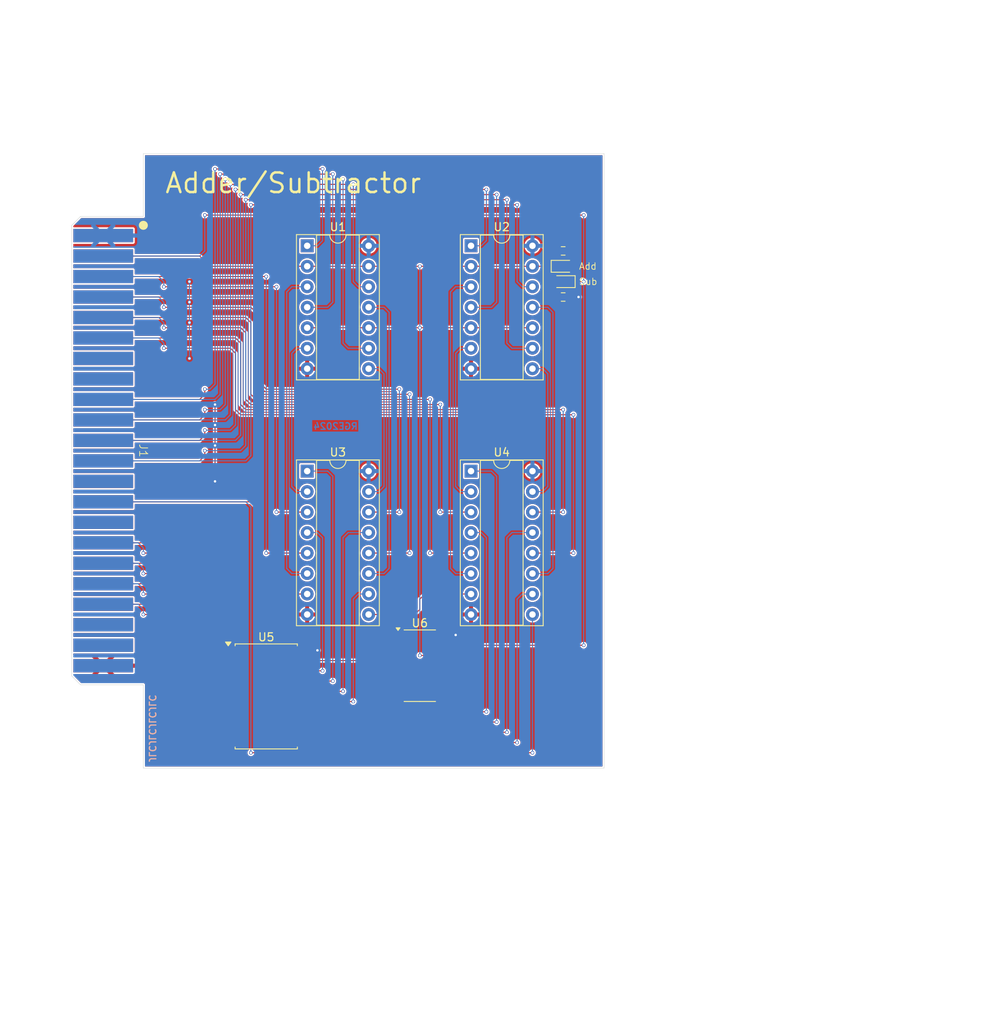
<source format=kicad_pcb>
(kicad_pcb (version 20240108) (generator "pcbnew") (generator_version "8.0")
  (layers (0 "F.Cu" signal) (31 "B.Cu" signal) (34 "B.Paste" user) (35 "F.Paste" user) (36 "B.SilkS" user "B.Silkscreen") (37 "F.SilkS" user "F.Silkscreen") (38 "B.Mask" user) (39 "F.Mask" user) (44 "Edge.Cuts" user))
  (net 0 "")
  (net 1 "GND")
  (net 2 "+5V")
  (net 3 "/Out1")
  (net 4 "/A1")
  (net 5 "/A2")
  (net 6 "/Carry_{in}")
  (net 7 "/A0")
  (net 8 "/A3")
  (net 9 "/Out3")
  (net 10 "/Out2")
  (net 11 "/Out0")
  (net 12 "/Out4")
  (net 13 "/A4")
  (net 14 "/A7")
  (net 15 "/Out6")
  (net 16 "/Out7")
  (net 17 "/A6")
  (net 18 "/A5")
  (net 19 "/Out5")
  (net 20 "/Carry_{Out}")
  (net 21 "/B2")
  (net 22 "/B0")
  (net 23 "/~{Sub}")
  (net 24 "/B3")
  (net 25 "/B1")
  (net 26 "/B4")
  (net 27 "/B7")
  (net 28 "/B5")
  (net 29 "/B6")
  (net 32 "/C5")
  (net 45 "Net-(U3-B3)")
  (net 46 "Net-(U3-B2)")
  (net 47 "Net-(U3-B1)")
  (net 48 "Net-(U3-B4)")
  (net 49 "Net-(U4-B3)")
  (net 50 "Net-(U4-B4)")
  (net 51 "Net-(U4-B2)")
  (net 52 "Net-(U4-B1)")
  (net 53 "Net-(U3-C4)")
  (net 54 "/C7")
  (net 55 "/~{Add}")
  (net 56 "/C1")
  (net 57 "/C4")
  (net 58 "/C6")
  (net 59 "/C3")
  (net 60 "/C2")
  (net 61 "/C0")
  (net 62 "/~{Enable}")
  (net 66 "Net-(D1-A)")
  (net 67 "Net-(D2-A)")
  (footprint "Package_DIP:DIP-14_W7.62mm_Socket" (layer "F.Cu") (at 139.7 55.88)
    (property "Reference" "U2")
    (property "Value" "74HC86")
  )
  (footprint "LED_SMD:LED_0603_1608Metric" (layer "F.Cu") (at 151.13 58.42)
    (property "Reference" "D1" (hide yes))
    (property "Value" "Blue")
  )
  (footprint "Package_SO:SOIC-20W_7.5x12.8mm_P1.27mm" (layer "F.Cu") (at 114.3 111.76)
    (property "Reference" "U5")
    (property "Value" "74HC245")
  )
  (footprint "Package_DIP:DIP-16_W7.62mm_Socket" (layer "F.Cu") (at 139.7 83.82)
    (property "Reference" "U4")
    (property "Value" "74HC283")
  )
  (footprint "LED_SMD:LED_0603_1608Metric" (layer "F.Cu") (at 151.13 60.325 180)
    (property "Reference" "D2" (hide yes))
    (property "Value" "Blue")
  )
  (footprint "Package_DIP:DIP-14_W7.62mm_Socket" (layer "F.Cu") (at 119.38 55.88)
    (property "Reference" "U1")
    (property "Value" "74HC86")
  )
  (footprint "BoardEdgeConnectors:TE-5530843-4-Edge" (layer "F.Cu") (at 93.98 81.28 -90)
    (property "Reference" "J1")
    (property "Value" "~")
    (fp_line (start -27.94 3.81) (end 27.94 3.81) (stroke (width 0.05)) (layer "Edge.Cuts"))
    (fp_line (start -27.94 3.81) (end -29.0322 2.7178) (stroke (width 0.05)) (layer "Edge.Cuts"))
    (fp_line (start 27.94 3.81) (end 29.0322 2.7178) (stroke (width 0.05)) (layer "Edge.Cuts"))
    (fp_line (start -29.0322 2.7178) (end -29.0322 -5.08) (stroke (width 0.05)) (layer "Edge.Cuts"))
    (fp_line (start -29.0322 -5.08) (end -33.02 -5.08) (stroke (width 0.05)) (layer "Edge.Cuts"))
    (fp_line (start 29.0322 -5.08) (end 29.0322 2.7178) (stroke (width 0.05)) (layer "Edge.Cuts"))
    (fp_line (start 31.75 -5.08) (end 29.0322 -5.08) (stroke (width 0.05)) (layer "Edge.Cuts"))
  )
  (footprint "Resistor_SMD:R_0603_1608Metric" (layer "F.Cu") (at 151.13 62.23)
    (property "Reference" "R2" (hide yes))
    (property "Value" "4k7")
  )
  (footprint "Resistor_SMD:R_0603_1608Metric" (layer "F.Cu") (at 151.13 56.515 180)
    (property "Reference" "R1" (hide yes))
    (property "Value" "4k7")
  )
  (footprint "Package_SO:SOIC-14_3.9x8.7mm_P1.27mm" (layer "F.Cu") (at 133.35 107.95)
    (property "Reference" "U6")
    (property "Value" "74HC08")
  )
  (footprint "Package_DIP:DIP-16_W7.62mm_Socket" (layer "F.Cu") (at 119.38 83.82)
    (property "Reference" "U3")
    (property "Value" "74HC283")
  )
  (gr_line (start 99.06 44.45) (end 156.21 44.45) (stroke (width 0.05)) (layer "Edge.Cuts"))
  (gr_line (start 99.06 48.26) (end 99.06 44.45) (stroke (width 0.05)) (layer "Edge.Cuts"))
  (gr_line (start 156.21 120.65) (end 99.06 120.65) (stroke (width 0.05)) (layer "Edge.Cuts"))
  (gr_line (start 99.06 120.65) (end 99.06 113.03) (stroke (width 0.05)) (layer "Edge.Cuts"))
  (gr_line (start 156.21 44.45) (end 156.21 120.65) (stroke (width 0.05)) (layer "Edge.Cuts"))
  (gr_text "RGE2024" (at 125.73 78.74 0) (layer "B.Cu") (effects (font (size 0.8128 0.8128) (thickness 0.1524) (bold yes)) (justify left bottom mirror)))
  (gr_text "JLCJLCJLCJLC" (at 99.695 120.015 -90) (layer "B.SilkS") (effects (font (size 0.8128 0.8128) (thickness 0.1524) (bold yes)) (justify left bottom mirror)))
  (gr_text "Add" (at 153.035 58.42 0) (layer "F.SilkS") (effects (font (size 0.8128 0.8128) (thickness 0.1016)) (justify left)))
  (gr_text "Sub" (at 153.035 60.325 0) (layer "F.SilkS") (effects (font (size 0.8128 0.8128) (thickness 0.1016)) (justify left)))
  (gr_text "Adder/Subtractor" (at 101.6 49.53 0) (layer "F.SilkS") (effects (font (size 2.4384 2.4384) (thickness 0.3048)) (justify left bottom)))
  (segment (start 94.0816 107.95) (end 99.695 107.95) (width 0.508) (layer "F.Cu") (net 1))
  (via (at 104.775 69.85) (size 0.45) (drill 0.3) (layers "F.Cu" "B.Cu") (net 1))
  (via (at 104.775 65.405) (size 0.45) (drill 0.3) (layers "F.Cu" "B.Cu") (net 1))
  (via (at 104.775 60.325) (size 0.45) (drill 0.3) (layers "F.Cu" "B.Cu") (net 1))
  (via (at 104.775 62.865) (size 0.45) (drill 0.3) (layers "F.Cu" "B.Cu") (net 1))
  (segment (start 104.775 65.405) (end 104.775 62.865) (width 0.127) (layer "B.Cu") (net 1))
  (segment (start 104.775 69.85) (end 104.775 65.405) (width 0.127) (layer "B.Cu") (net 1))
  (segment (start 104.775 62.865) (end 104.775 60.325) (width 0.127) (layer "B.Cu") (net 1))
  (segment (start 151.955 62.23) (end 153.035 62.23) (width 0.127) (layer "F.Cu") (net 2))
  (segment (start 135.825 104.14) (end 137.795 104.14) (width 0.254) (layer "F.Cu") (net 2))
  (segment (start 107.95 80.645) (end 107.95 78.105) (width 0.127) (layer "F.Cu") (net 2))
  (segment (start 107.95 78.105) (end 107.95 75.565) (width 0.127) (layer "F.Cu") (net 2))
  (segment (start 150.305 56.515) (end 149.225 56.515) (width 0.127) (layer "F.Cu") (net 2))
  (segment (start 149.225 56.515) (end 148.59 55.88) (width 0.127) (layer "F.Cu") (net 2))
  (segment (start 107.95 85.09) (end 107.95 80.645) (width 0.127) (layer "F.Cu") (net 2))
  (segment (start 118.95 106.045) (end 120.65 106.045) (width 0.254) (layer "F.Cu") (net 2))
  (segment (start 148.59 55.88) (end 147.32 55.88) (width 0.127) (layer "F.Cu") (net 2))
  (via (at 107.95 80.645) (size 0.45) (drill 0.3) (layers "F.Cu" "B.Cu") (net 2))
  (via (at 107.95 75.565) (size 0.45) (drill 0.3) (layers "F.Cu" "B.Cu") (net 2))
  (via (at 137.795 104.14) (size 0.45) (drill 0.3) (layers "F.Cu" "B.Cu") (net 2))
  (via (at 107.95 78.105) (size 0.45) (drill 0.3) (layers "F.Cu" "B.Cu") (net 2))
  (via (at 153.035 62.23) (size 0.45) (drill 0.3) (layers "F.Cu" "B.Cu") (net 2))
  (via (at 120.65 106.045) (size 0.45) (drill 0.3) (layers "F.Cu" "B.Cu") (net 2))
  (via (at 107.95 85.09) (size 0.45) (drill 0.3) (layers "F.Cu" "B.Cu") (net 2))
  (segment (start 94.0816 54.61) (end 101.6 54.61) (width 0.508) (layer "B.Cu") (net 2))
  (segment (start 118.95 109.855) (end 122.555 109.855) (width 0.127) (layer "F.Cu") (net 3))
  (via (at 122.555 109.855) (size 0.45) (drill 0.3) (layers "F.Cu" "B.Cu") (net 3))
  (segment (start 122.555 107.315) (end 122.555 109.855) (width 0.127) (layer "B.Cu") (net 3))
  (segment (start 122.555 107.315) (end 122.555 84.455) (width 0.127) (layer "B.Cu") (net 3))
  (segment (start 122.555 84.455) (end 121.92 83.82) (width 0.127) (layer "B.Cu") (net 3))
  (segment (start 121.92 83.82) (end 119.38 83.82) (width 0.127) (layer "B.Cu") (net 3))
  (segment (start 119.38 88.9) (end 115.57 88.9) (width 0.127) (layer "F.Cu") (net 4))
  (segment (start 106.68 60.96) (end 101.6 60.96) (width 0.127) (layer "F.Cu") (net 4))
  (segment (start 115.57 60.96) (end 106.68 60.96) (width 0.127) (layer "F.Cu") (net 4))
  (via (at 115.57 88.9) (size 0.45) (drill 0.3) (layers "F.Cu" "B.Cu") (net 4))
  (via (at 115.57 60.96) (size 0.45) (drill 0.3) (layers "F.Cu" "B.Cu") (net 4))
  (via (at 101.6 60.96) (size 0.45) (drill 0.3) (layers "F.Cu" "B.Cu") (net 4))
  (segment (start 101.6 60.325) (end 101.6 60.96) (width 0.127) (layer "B.Cu") (net 4))
  (segment (start 100.965 59.69) (end 101.6 60.325) (width 0.127) (layer "B.Cu") (net 4))
  (segment (start 115.57 88.9) (end 115.57 74.93) (width 0.127) (layer "B.Cu") (net 4))
  (segment (start 115.57 74.93) (end 115.57 60.96) (width 0.127) (layer "B.Cu") (net 4))
  (segment (start 94.0816 59.69) (end 100.965 59.69) (width 0.127) (layer "B.Cu") (net 4))
  (segment (start 94.0816 62.23) (end 113.03 62.23) (width 0.127) (layer "F.Cu") (net 5))
  (segment (start 130.81 73.66) (end 114.3 73.66) (width 0.127) (layer "F.Cu") (net 5))
  (segment (start 114.3 73.66) (end 113.665 73.025) (width 0.127) (layer "F.Cu") (net 5))
  (segment (start 113.665 62.865) (end 113.03 62.23) (width 0.127) (layer "F.Cu") (net 5))
  (segment (start 113.665 73.025) (end 113.665 62.865) (width 0.127) (layer "F.Cu") (net 5))
  (segment (start 127 88.9) (end 130.81 88.9) (width 0.127) (layer "F.Cu") (net 5))
  (via (at 130.81 73.66) (size 0.45) (drill 0.3) (layers "F.Cu" "B.Cu") (net 5))
  (via (at 130.81 88.9) (size 0.45) (drill 0.3) (layers "F.Cu" "B.Cu") (net 5))
  (segment (start 130.81 75.565) (end 130.81 73.66) (width 0.127) (layer "B.Cu") (net 5))
  (segment (start 130.81 75.565) (end 130.81 88.9) (width 0.127) (layer "B.Cu") (net 5))
  (segment (start 113.03 88.265) (end 112.395 87.63) (width 0.127) (layer "F.Cu") (net 6))
  (segment (start 113.03 98.425) (end 113.03 88.265) (width 0.127) (layer "F.Cu") (net 6))
  (segment (start 112.395 87.63) (end 94.0816 87.63) (width 0.127) (layer "F.Cu") (net 6))
  (segment (start 119.38 99.06) (end 113.665 99.06) (width 0.127) (layer "F.Cu") (net 6))
  (segment (start 113.665 99.06) (end 113.03 98.425) (width 0.127) (layer "F.Cu") (net 6))
  (segment (start 94.0816 59.69) (end 114.3 59.69) (width 0.127) (layer "F.Cu") (net 7))
  (segment (start 119.38 93.98) (end 114.3 93.98) (width 0.127) (layer "F.Cu") (net 7))
  (via (at 114.3 59.69) (size 0.45) (drill 0.3) (layers "F.Cu" "B.Cu") (net 7))
  (via (at 114.3 93.98) (size 0.45) (drill 0.3) (layers "F.Cu" "B.Cu") (net 7))
  (segment (start 114.3 74.295) (end 114.3 59.69) (width 0.127) (layer "B.Cu") (net 7))
  (segment (start 114.3 93.98) (end 114.3 74.295) (width 0.127) (layer "B.Cu") (net 7))
  (segment (start 113.03 64.135) (end 112.395 63.5) (width 0.127) (layer "F.Cu") (net 8))
  (segment (start 107.95 63.5) (end 106.68 63.5) (width 0.127) (layer "F.Cu") (net 8))
  (segment (start 106.68 63.5) (end 101.6 63.5) (width 0.127) (layer "F.Cu") (net 8))
  (segment (start 132.08 74.295) (end 113.665 74.295) (width 0.127) (layer "F.Cu") (net 8))
  (segment (start 127 93.98) (end 132.08 93.98) (width 0.127) (layer "F.Cu") (net 8))
  (segment (start 112.395 63.5) (end 107.95 63.5) (width 0.127) (layer "F.Cu") (net 8))
  (segment (start 113.03 73.66) (end 113.03 64.135) (width 0.127) (layer "F.Cu") (net 8))
  (segment (start 113.665 74.295) (end 113.03 73.66) (width 0.127) (layer "F.Cu") (net 8))
  (via (at 132.08 74.295) (size 0.45) (drill 0.3) (layers "F.Cu" "B.Cu") (net 8))
  (via (at 132.08 93.98) (size 0.45) (drill 0.3) (layers "F.Cu" "B.Cu") (net 8))
  (via (at 101.6 63.5) (size 0.45) (drill 0.3) (layers "F.Cu" "B.Cu") (net 8))
  (segment (start 132.08 76.2) (end 132.08 74.295) (width 0.127) (layer "B.Cu") (net 8))
  (segment (start 94.0816 62.23) (end 100.965 62.23) (width 0.127) (layer "B.Cu") (net 8))
  (segment (start 101.6 62.865) (end 101.6 63.5) (width 0.127) (layer "B.Cu") (net 8))
  (segment (start 100.965 62.23) (end 101.6 62.865) (width 0.127) (layer "B.Cu") (net 8))
  (segment (start 132.08 76.2) (end 132.08 93.98) (width 0.127) (layer "B.Cu") (net 8))
  (segment (start 118.95 112.395) (end 125.095 112.395) (width 0.127) (layer "F.Cu") (net 9))
  (via (at 125.095 112.395) (size 0.45) (drill 0.3) (layers "F.Cu" "B.Cu") (net 9))
  (segment (start 125.73 99.06) (end 127 99.06) (width 0.127) (layer "B.Cu") (net 9))
  (segment (start 125.095 108.585) (end 125.095 99.695) (width 0.127) (layer "B.Cu") (net 9))
  (segment (start 125.095 108.585) (end 125.095 112.395) (width 0.127) (layer "B.Cu") (net 9))
  (segment (start 125.095 99.695) (end 125.73 99.06) (width 0.127) (layer "B.Cu") (net 9))
  (segment (start 118.95 111.125) (end 123.825 111.125) (width 0.127) (layer "F.Cu") (net 10))
  (via (at 123.825 111.125) (size 0.45) (drill 0.3) (layers "F.Cu" "B.Cu") (net 10))
  (segment (start 123.825 107.95) (end 123.825 92.075) (width 0.127) (layer "B.Cu") (net 10))
  (segment (start 123.825 107.95) (end 123.825 111.125) (width 0.127) (layer "B.Cu") (net 10))
  (segment (start 124.46 91.44) (end 127 91.44) (width 0.127) (layer "B.Cu") (net 10))
  (segment (start 123.825 92.075) (end 124.46 91.44) (width 0.127) (layer "B.Cu") (net 10))
  (segment (start 118.95 108.585) (end 121.285 108.585) (width 0.127) (layer "F.Cu") (net 11))
  (via (at 121.285 108.585) (size 0.45) (drill 0.3) (layers "F.Cu" "B.Cu") (net 11))
  (segment (start 121.285 106.68) (end 121.285 92.075) (width 0.127) (layer "B.Cu") (net 11))
  (segment (start 121.285 92.075) (end 120.65 91.44) (width 0.127) (layer "B.Cu") (net 11))
  (segment (start 121.285 106.68) (end 121.285 108.585) (width 0.127) (layer "B.Cu") (net 11))
  (segment (start 120.65 91.44) (end 119.38 91.44) (width 0.127) (layer "B.Cu") (net 11))
  (segment (start 141.605 113.665) (end 118.95 113.665) (width 0.127) (layer "F.Cu") (net 12))
  (via (at 141.605 113.665) (size 0.45) (drill 0.3) (layers "F.Cu" "B.Cu") (net 12))
  (segment (start 141.605 109.22) (end 141.605 113.665) (width 0.127) (layer "B.Cu") (net 12))
  (segment (start 140.97 91.44) (end 141.605 92.075) (width 0.127) (layer "B.Cu") (net 12))
  (segment (start 139.7 91.44) (end 140.97 91.44) (width 0.127) (layer "B.Cu") (net 12))
  (segment (start 141.605 92.075) (end 141.605 109.22) (width 0.127) (layer "B.Cu") (net 12))
  (segment (start 113.03 74.93) (end 112.395 74.295) (width 0.127) (layer "F.Cu") (net 13))
  (segment (start 112.395 65.405) (end 111.76 64.77) (width 0.127) (layer "F.Cu") (net 13))
  (segment (start 112.395 74.295) (end 112.395 65.405) (width 0.127) (layer "F.Cu") (net 13))
  (segment (start 94.0816 64.77) (end 111.76 64.77) (width 0.127) (layer "F.Cu") (net 13))
  (segment (start 134.62 74.93) (end 113.03 74.93) (width 0.127) (layer "F.Cu") (net 13))
  (segment (start 139.7 93.98) (end 134.62 93.98) (width 0.127) (layer "F.Cu") (net 13))
  (via (at 134.62 93.98) (size 0.45) (drill 0.3) (layers "F.Cu" "B.Cu") (net 13))
  (via (at 134.62 74.93) (size 0.45) (drill 0.3) (layers "F.Cu" "B.Cu") (net 13))
  (segment (start 134.62 76.835) (end 134.62 74.93) (width 0.127) (layer "B.Cu") (net 13))
  (segment (start 134.62 93.98) (end 134.62 76.835) (width 0.127) (layer "B.Cu") (net 13))
  (segment (start 109.855 68.58) (end 101.6 68.58) (width 0.127) (layer "F.Cu") (net 14))
  (segment (start 110.49 76.2) (end 110.49 69.215) (width 0.127) (layer "F.Cu") (net 14))
  (segment (start 147.32 93.98) (end 152.4 93.98) (width 0.127) (layer "F.Cu") (net 14))
  (segment (start 111.125 76.835) (end 110.49 76.2) (width 0.127) (layer "F.Cu") (net 14))
  (segment (start 110.49 69.215) (end 109.855 68.58) (width 0.127) (layer "F.Cu") (net 14))
  (segment (start 152.4 76.835) (end 111.125 76.835) (width 0.127) (layer "F.Cu") (net 14))
  (via (at 152.4 76.835) (size 0.45) (drill 0.3) (layers "F.Cu" "B.Cu") (net 14))
  (via (at 101.6 68.58) (size 0.45) (drill 0.3) (layers "F.Cu" "B.Cu") (net 14))
  (via (at 152.4 93.98) (size 0.45) (drill 0.3) (layers "F.Cu" "B.Cu") (net 14))
  (segment (start 152.4 93.98) (end 152.4 78.74) (width 0.127) (layer "B.Cu") (net 14))
  (segment (start 94.0816 67.31) (end 100.965 67.31) (width 0.127) (layer "B.Cu") (net 14))
  (segment (start 101.6 67.945) (end 101.6 68.58) (width 0.127) (layer "B.Cu") (net 14))
  (segment (start 100.965 67.31) (end 101.6 67.945) (width 0.127) (layer "B.Cu") (net 14))
  (segment (start 152.4 78.74) (end 152.4 76.835) (width 0.127) (layer "B.Cu") (net 14))
  (segment (start 118.95 116.205) (end 144.145 116.205) (width 0.127) (layer "F.Cu") (net 15))
  (via (at 144.145 116.205) (size 0.45) (drill 0.3) (layers "F.Cu" "B.Cu") (net 15))
  (segment (start 147.32 91.44) (end 144.78 91.44) (width 0.127) (layer "B.Cu") (net 15))
  (segment (start 144.78 91.44) (end 144.145 92.075) (width 0.127) (layer "B.Cu") (net 15))
  (segment (start 144.145 92.075) (end 144.145 110.49) (width 0.127) (layer "B.Cu") (net 15))
  (segment (start 144.145 110.49) (end 144.145 116.205) (width 0.127) (layer "B.Cu") (net 15))
  (segment (start 118.95 117.475) (end 145.415 117.475) (width 0.127) (layer "F.Cu") (net 16))
  (via (at 145.415 117.475) (size 0.45) (drill 0.3) (layers "F.Cu" "B.Cu") (net 16))
  (segment (start 145.415 111.125) (end 145.415 117.475) (width 0.127) (layer "B.Cu") (net 16))
  (segment (start 147.32 99.06) (end 146.05 99.06) (width 0.127) (layer "B.Cu") (net 16))
  (segment (start 145.415 99.695) (end 145.415 111.125) (width 0.127) (layer "B.Cu") (net 16))
  (segment (start 146.05 99.06) (end 145.415 99.695) (width 0.127) (layer "B.Cu") (net 16))
  (segment (start 147.32 88.9) (end 151.13 88.9) (width 0.127) (layer "F.Cu") (net 17))
  (segment (start 151.13 76.2) (end 111.76 76.2) (width 0.127) (layer "F.Cu") (net 17))
  (segment (start 111.76 76.2) (end 111.125 75.565) (width 0.127) (layer "F.Cu") (net 17))
  (segment (start 111.125 67.945) (end 110.49 67.31) (width 0.127) (layer "F.Cu") (net 17))
  (segment (start 111.125 75.565) (end 111.125 67.945) (width 0.127) (layer "F.Cu") (net 17))
  (segment (start 94.0816 67.31) (end 110.49 67.31) (width 0.127) (layer "F.Cu") (net 17))
  (via (at 151.13 76.2) (size 0.45) (drill 0.3) (layers "F.Cu" "B.Cu") (net 17))
  (via (at 151.13 88.9) (size 0.45) (drill 0.3) (layers "F.Cu" "B.Cu") (net 17))
  (segment (start 151.13 78.105) (end 151.13 76.2) (width 0.127) (layer "B.Cu") (net 17))
  (segment (start 151.13 88.9) (end 151.13 78.105) (width 0.127) (layer "B.Cu") (net 17))
  (segment (start 139.7 88.9) (end 135.89 88.9) (width 0.127) (layer "F.Cu") (net 18))
  (segment (start 111.76 66.675) (end 111.125 66.04) (width 0.127) (layer "F.Cu") (net 18))
  (segment (start 112.395 75.565) (end 111.76 74.93) (width 0.127) (layer "F.Cu") (net 18))
  (segment (start 111.76 74.93) (end 111.76 66.675) (width 0.127) (layer "F.Cu") (net 18))
  (segment (start 135.89 75.565) (end 112.395 75.565) (width 0.127) (layer "F.Cu") (net 18))
  (segment (start 111.125 66.04) (end 101.6 66.04) (width 0.127) (layer "F.Cu") (net 18))
  (via (at 101.6 66.04) (size 0.45) (drill 0.3) (layers "F.Cu" "B.Cu") (net 18))
  (via (at 135.89 88.9) (size 0.45) (drill 0.3) (layers "F.Cu" "B.Cu") (net 18))
  (via (at 135.89 75.565) (size 0.45) (drill 0.3) (layers "F.Cu" "B.Cu") (net 18))
  (segment (start 135.89 77.47) (end 135.89 88.9) (width 0.127) (layer "B.Cu") (net 18))
  (segment (start 135.89 77.47) (end 135.89 75.565) (width 0.127) (layer "B.Cu") (net 18))
  (segment (start 101.6 65.405) (end 101.6 66.04) (width 0.127) (layer "B.Cu") (net 18))
  (segment (start 100.965 64.77) (end 101.6 65.405) (width 0.127) (layer "B.Cu") (net 18))
  (segment (start 94.0816 64.77) (end 100.965 64.77) (width 0.127) (layer "B.Cu") (net 18))
  (segment (start 118.95 114.935) (end 142.875 114.935) (width 0.127) (layer "F.Cu") (net 19))
  (via (at 142.875 114.935) (size 0.45) (drill 0.3) (layers "F.Cu" "B.Cu") (net 19))
  (segment (start 142.24 83.82) (end 142.875 84.455) (width 0.127) (layer "B.Cu") (net 19))
  (segment (start 142.875 105.41) (end 142.875 114.935) (width 0.127) (layer "B.Cu") (net 19))
  (segment (start 139.7 83.82) (end 142.24 83.82) (width 0.127) (layer "B.Cu") (net 19))
  (segment (start 142.875 84.455) (end 142.875 105.41) (width 0.127) (layer "B.Cu") (net 19))
  (segment (start 147.32 118.745) (end 112.395 118.745) (width 0.127) (layer "F.Cu") (net 20))
  (via (at 112.395 118.745) (size 0.45) (drill 0.3) (layers "F.Cu" "B.Cu") (net 20))
  (via (at 147.32 118.745) (size 0.45) (drill 0.3) (layers "F.Cu" "B.Cu") (net 20))
  (segment (start 147.32 101.6) (end 147.32 118.745) (width 0.127) (layer "B.Cu") (net 20))
  (segment (start 112.395 88.265) (end 111.76 87.63) (width 0.127) (layer "B.Cu") (net 20))
  (segment (start 112.395 118.745) (end 112.395 88.265) (width 0.127) (layer "B.Cu") (net 20))
  (segment (start 111.76 87.63) (end 94.0816 87.63) (width 0.127) (layer "B.Cu") (net 20))
  (segment (start 106.68 76.835) (end 106.68 76.2) (width 0.127) (layer "F.Cu") (net 21))
  (segment (start 106.045 77.47) (end 106.68 76.835) (width 0.127) (layer "F.Cu") (net 21))
  (segment (start 94.0816 77.47) (end 106.045 77.47) (width 0.127) (layer "F.Cu") (net 21))
  (segment (start 123.825 47.625) (end 109.22 47.625) (width 0.127) (layer "F.Cu") (net 21))
  (via (at 109.22 47.625) (size 0.45) (drill 0.3) (layers "F.Cu" "B.Cu") (net 21))
  (via (at 123.825 47.625) (size 0.45) (drill 0.3) (layers "F.Cu" "B.Cu") (net 21))
  (via (at 106.68 76.2) (size 0.45) (drill 0.3) (layers "F.Cu" "B.Cu") (net 21))
  (segment (start 108.585 76.2) (end 106.68 76.2) (width 0.127) (layer "B.Cu") (net 21))
  (segment (start 127 68.58) (end 124.46 68.58) (width 0.127) (layer "B.Cu") (net 21))
  (segment (start 123.825 50.8) (end 123.825 47.625) (width 0.127) (layer "B.Cu") (net 21))
  (segment (start 109.22 47.625) (end 109.22 75.565) (width 0.127) (layer "B.Cu") (net 21))
  (segment (start 109.22 75.565) (end 108.585 76.2) (width 0.127) (layer "B.Cu") (net 21))
  (segment (start 124.46 68.58) (end 123.825 67.945) (width 0.127) (layer "B.Cu") (net 21))
  (segment (start 123.825 67.945) (end 123.825 50.8) (width 0.127) (layer "B.Cu") (net 21))
  (segment (start 106.68 74.295) (end 106.68 73.66) (width 0.127) (layer "F.Cu") (net 22))
  (segment (start 121.285 46.355) (end 107.95 46.355) (width 0.127) (layer "F.Cu") (net 22))
  (segment (start 94.0816 74.93) (end 106.045 74.93) (width 0.127) (layer "F.Cu") (net 22))
  (segment (start 106.045 74.93) (end 106.68 74.295) (width 0.127) (layer "F.Cu") (net 22))
  (via (at 106.68 73.66) (size 0.45) (drill 0.3) (layers "F.Cu" "B.Cu") (net 22))
  (via (at 107.95 46.355) (size 0.45) (drill 0.3) (layers "F.Cu" "B.Cu") (net 22))
  (via (at 121.285 46.355) (size 0.45) (drill 0.3) (layers "F.Cu" "B.Cu") (net 22))
  (segment (start 107.95 73.025) (end 107.315 73.66) (width 0.127) (layer "B.Cu") (net 22))
  (segment (start 107.315 73.66) (end 106.68 73.66) (width 0.127) (layer "B.Cu") (net 22))
  (segment (start 121.285 55.245) (end 121.285 50.8) (width 0.127) (layer "B.Cu") (net 22))
  (segment (start 107.95 46.355) (end 107.95 73.025) (width 0.127) (layer "B.Cu") (net 22))
  (segment (start 120.65 55.88) (end 121.285 55.245) (width 0.127) (layer "B.Cu") (net 22))
  (segment (start 119.38 55.88) (end 120.65 55.88) (width 0.127) (layer "B.Cu") (net 22))
  (segment (start 121.285 50.8) (end 121.285 46.355) (width 0.127) (layer "B.Cu") (net 22))
  (segment (start 135.825 105.41) (end 153.67 105.41) (width 0.127) (layer "F.Cu") (net 23))
  (segment (start 151.9175 60.325) (end 153.67 60.325) (width 0.127) (layer "F.Cu") (net 23))
  (segment (start 152.4 52.07) (end 153.67 52.07) (width 0.127) (layer "F.Cu") (net 23))
  (segment (start 106.68 52.07) (end 152.4 52.07) (width 0.127) (layer "F.Cu") (net 23))
  (via (at 106.68 52.07) (size 0.45) (drill 0.3) (layers "F.Cu" "B.Cu") (net 23))
  (via (at 153.67 105.41) (size 0.45) (drill 0.3) (layers "F.Cu" "B.Cu") (net 23))
  (via (at 153.67 52.07) (size 0.45) (drill 0.3) (layers "F.Cu" "B.Cu") (net 23))
  (via (at 153.67 60.325) (size 0.45) (drill 0.3) (layers "F.Cu" "B.Cu") (net 23))
  (segment (start 153.67 60.325) (end 153.67 105.41) (width 0.127) (layer "B.Cu") (net 23))
  (segment (start 106.045 57.15) (end 106.68 56.515) (width 0.127) (layer "B.Cu") (net 23))
  (segment (start 153.67 52.07) (end 153.67 60.325) (width 0.127) (layer "B.Cu") (net 23))
  (segment (start 106.68 56.515) (end 106.68 52.07) (width 0.127) (layer "B.Cu") (net 23))
  (segment (start 94.0816 57.15) (end 106.045 57.15) (width 0.127) (layer "B.Cu") (net 23))
  (segment (start 125.095 48.26) (end 109.855 48.26) (width 0.127) (layer "F.Cu") (net 24))
  (via (at 109.855 48.26) (size 0.45) (drill 0.3) (layers "F.Cu" "B.Cu") (net 24))
  (via (at 125.095 48.26) (size 0.45) (drill 0.3) (layers "F.Cu" "B.Cu") (net 24))
  (segment (start 109.22 77.47) (end 109.855 76.835) (width 0.127) (layer "B.Cu") (net 24))
  (segment (start 125.73 60.96) (end 125.095 60.325) (width 0.127) (layer "B.Cu") (net 24))
  (segment (start 125.095 50.8) (end 125.095 48.26) (width 0.127) (layer "B.Cu") (net 24))
  (segment (start 109.855 76.835) (end 109.855 48.26) (width 0.127) (layer "B.Cu") (net 24))
  (segment (start 125.095 60.325) (end 125.095 50.8) (width 0.127) (layer "B.Cu") (net 24))
  (segment (start 94.0816 77.47) (end 109.22 77.47) (width 0.127) (layer "B.Cu") (net 24))
  (segment (start 127 60.96) (end 125.73 60.96) (width 0.127) (layer "B.Cu") (net 24))
  (segment (start 122.555 46.99) (end 108.585 46.99) (width 0.127) (layer "F.Cu") (net 25))
  (via (at 108.585 46.99) (size 0.45) (drill 0.3) (layers "F.Cu" "B.Cu") (net 25))
  (via (at 122.555 46.99) (size 0.45) (drill 0.3) (layers "F.Cu" "B.Cu") (net 25))
  (segment (start 121.92 63.5) (end 122.555 62.865) (width 0.127) (layer "B.Cu") (net 25))
  (segment (start 94.0816 74.93) (end 107.95 74.93) (width 0.127) (layer "B.Cu") (net 25))
  (segment (start 119.38 63.5) (end 121.92 63.5) (width 0.127) (layer "B.Cu") (net 25))
  (segment (start 108.585 46.99) (end 108.585 74.295) (width 0.127) (layer "B.Cu") (net 25))
  (segment (start 122.555 62.865) (end 122.555 50.8) (width 0.127) (layer "B.Cu") (net 25))
  (segment (start 122.555 50.8) (end 122.555 46.99) (width 0.127) (layer "B.Cu") (net 25))
  (segment (start 108.585 74.295) (end 107.95 74.93) (width 0.127) (layer "B.Cu") (net 25))
  (segment (start 94.0816 80.01) (end 106.045 80.01) (width 0.127) (layer "F.Cu") (net 26))
  (segment (start 141.605 48.895) (end 110.49 48.895) (width 0.127) (layer "F.Cu") (net 26))
  (segment (start 106.68 79.375) (end 106.68 78.74) (width 0.127) (layer "F.Cu") (net 26))
  (segment (start 106.045 80.01) (end 106.68 79.375) (width 0.127) (layer "F.Cu") (net 26))
  (via (at 106.68 78.74) (size 0.45) (drill 0.3) (layers "F.Cu" "B.Cu") (net 26))
  (via (at 110.49 48.895) (size 0.45) (drill 0.3) (layers "F.Cu" "B.Cu") (net 26))
  (via (at 141.605 48.895) (size 0.45) (drill 0.3) (layers "F.Cu" "B.Cu") (net 26))
  (segment (start 110.49 57.15) (end 110.49 78.105) (width 0.127) (layer "B.Cu") (net 26))
  (segment (start 141.605 55.245) (end 141.605 48.895) (width 0.127) (layer "B.Cu") (net 26))
  (segment (start 110.49 78.105) (end 109.855 78.74) (width 0.127) (layer "B.Cu") (net 26))
  (segment (start 109.855 78.74) (end 106.68 78.74) (width 0.127) (layer "B.Cu") (net 26))
  (segment (start 139.7 55.88) (end 140.97 55.88) (width 0.127) (layer "B.Cu") (net 26))
  (segment (start 110.49 48.895) (end 110.49 57.15) (width 0.127) (layer "B.Cu") (net 26))
  (segment (start 140.97 55.88) (end 141.605 55.245) (width 0.127) (layer "B.Cu") (net 26))
  (segment (start 145.415 50.8) (end 112.395 50.8) (width 0.127) (layer "F.Cu") (net 27))
  (via (at 112.395 50.8) (size 0.45) (drill 0.3) (layers "F.Cu" "B.Cu") (net 27))
  (via (at 145.415 50.8) (size 0.45) (drill 0.3) (layers "F.Cu" "B.Cu") (net 27))
  (segment (start 111.76 82.55) (end 112.395 81.915) (width 0.127) (layer "B.Cu") (net 27))
  (segment (start 147.32 60.96) (end 146.05 60.96) (width 0.127) (layer "B.Cu") (net 27))
  (segment (start 146.05 60.96) (end 145.415 60.325) (width 0.127) (layer "B.Cu") (net 27))
  (segment (start 112.395 81.915) (end 112.395 50.8) (width 0.127) (layer "B.Cu") (net 27))
  (segment (start 94.0816 82.55) (end 111.76 82.55) (width 0.127) (layer "B.Cu") (net 27))
  (segment (start 145.415 60.325) (end 145.415 50.8) (width 0.127) (layer "B.Cu") (net 27))
  (segment (start 142.875 49.53) (end 111.125 49.53) (width 0.127) (layer "F.Cu") (net 28))
  (via (at 111.125 49.53) (size 0.45) (drill 0.3) (layers "F.Cu" "B.Cu") (net 28))
  (via (at 142.875 49.53) (size 0.45) (drill 0.3) (layers "F.Cu" "B.Cu") (net 28))
  (segment (start 94.0816 80.01) (end 110.49 80.01) (width 0.127) (layer "B.Cu") (net 28))
  (segment (start 139.7 63.5) (end 142.24 63.5) (width 0.127) (layer "B.Cu") (net 28))
  (segment (start 111.125 79.375) (end 110.49 80.01) (width 0.127) (layer "B.Cu") (net 28))
  (segment (start 142.875 62.865) (end 142.875 49.53) (width 0.127) (layer "B.Cu") (net 28))
  (segment (start 111.125 49.53) (end 111.125 79.375) (width 0.127) (layer "B.Cu") (net 28))
  (segment (start 142.24 63.5) (end 142.875 62.865) (width 0.127) (layer "B.Cu") (net 28))
  (segment (start 106.68 81.915) (end 106.68 81.28) (width 0.127) (layer "F.Cu") (net 29))
  (segment (start 94.0816 82.55) (end 106.045 82.55) (width 0.127) (layer "F.Cu") (net 29))
  (segment (start 111.76 50.165) (end 144.145 50.165) (width 0.127) (layer "F.Cu") (net 29))
  (segment (start 106.045 82.55) (end 106.68 81.915) (width 0.127) (layer "F.Cu") (net 29))
  (via (at 106.68 81.28) (size 0.45) (drill 0.3) (layers "F.Cu" "B.Cu") (net 29))
  (via (at 144.145 50.165) (size 0.45) (drill 0.3) (layers "F.Cu" "B.Cu") (net 29))
  (via (at 111.76 50.165) (size 0.45) (drill 0.3) (layers "F.Cu" "B.Cu") (net 29))
  (segment (start 147.32 68.58) (end 144.78 68.58) (width 0.127) (layer "B.Cu") (net 29))
  (segment (start 111.76 80.645) (end 111.125 81.28) (width 0.127) (layer "B.Cu") (net 29))
  (segment (start 144.78 68.58) (end 144.145 67.945) (width 0.127) (layer "B.Cu") (net 29))
  (segment (start 111.76 50.165) (end 111.76 55.88) (width 0.127) (layer "B.Cu") (net 29))
  (segment (start 144.145 67.945) (end 144.145 50.165) (width 0.127) (layer "B.Cu") (net 29))
  (segment (start 111.76 55.88) (end 111.76 80.645) (width 0.127) (layer "B.Cu") (net 29))
  (segment (start 111.125 81.28) (end 106.68 81.28) (width 0.127) (layer "B.Cu") (net 29))
  (segment (start 102.87 99.06) (end 101.6 99.06) (width 0.127) (layer "F.Cu") (net 32))
  (segment (start 109.65 113.665) (end 104.14 113.665) (width 0.127) (layer "F.Cu") (net 32))
  (segment (start 104.14 113.665) (end 103.505 113.03) (width 0.127) (layer "F.Cu") (net 32))
  (segment (start 103.505 113.03) (end 103.505 99.695) (width 0.127) (layer "F.Cu") (net 32))
  (segment (start 103.505 99.695) (end 102.87 99.06) (width 0.127) (layer "F.Cu") (net 32))
  (segment (start 101.6 99.06) (end 99.06 99.06) (width 0.127) (layer "F.Cu") (net 32))
  (via (at 99.06 99.06) (size 0.45) (drill 0.3) (layers "F.Cu" "B.Cu") (net 32))
  (segment (start 98.425 97.79) (end 94.0816 97.79) (width 0.127) (layer "B.Cu") (net 32))
  (segment (start 99.06 98.425) (end 98.425 97.79) (width 0.127) (layer "B.Cu") (net 32))
  (segment (start 99.06 99.06) (end 99.06 98.425) (width 0.127) (layer "B.Cu") (net 32))
  (segment (start 127 71.12) (end 128.27 71.12) (width 0.127) (layer "B.Cu") (net 45))
  (segment (start 128.905 71.755) (end 128.905 85.725) (width 0.127) (layer "B.Cu") (net 45))
  (segment (start 128.27 86.36) (end 127 86.36) (width 0.127) (layer "B.Cu") (net 45))
  (segment (start 128.905 85.725) (end 128.27 86.36) (width 0.127) (layer "B.Cu") (net 45))
  (segment (start 128.27 71.12) (end 128.905 71.755) (width 0.127) (layer "B.Cu") (net 45))
  (segment (start 118.11 68.58) (end 117.475 69.215) (width 0.127) (layer "B.Cu") (net 46))
  (segment (start 119.38 68.58) (end 118.11 68.58) (width 0.127) (layer "B.Cu") (net 46))
  (segment (start 118.11 86.36) (end 119.38 86.36) (width 0.127) (layer "B.Cu") (net 46))
  (segment (start 117.475 69.215) (end 117.475 85.725) (width 0.127) (layer "B.Cu") (net 46))
  (segment (start 117.475 85.725) (end 118.11 86.36) (width 0.127) (layer "B.Cu") (net 46))
  (segment (start 116.84 95.885) (end 117.475 96.52) (width 0.127) (layer "B.Cu") (net 47))
  (segment (start 117.475 96.52) (end 119.38 96.52) (width 0.127) (layer "B.Cu") (net 47))
  (segment (start 119.38 60.96) (end 117.475 60.96) (width 0.127) (layer "B.Cu") (net 47))
  (segment (start 117.475 60.96) (end 116.84 61.595) (width 0.127) (layer "B.Cu") (net 47))
  (segment (start 116.84 61.595) (end 116.84 95.885) (width 0.127) (layer "B.Cu") (net 47))
  (segment (start 128.905 63.5) (end 129.54 64.135) (width 0.127) (layer "B.Cu") (net 48))
  (segment (start 129.54 95.885) (end 128.905 96.52) (width 0.127) (layer "B.Cu") (net 48))
  (segment (start 128.905 96.52) (end 127 96.52) (width 0.127) (layer "B.Cu") (net 48))
  (segment (start 129.54 64.135) (end 129.54 95.885) (width 0.127) (layer "B.Cu") (net 48))
  (segment (start 127 63.5) (end 128.905 63.5) (width 0.127) (layer "B.Cu") (net 48))
  (segment (start 149.225 71.755) (end 149.225 85.725) (width 0.127) (layer "B.Cu") (net 49))
  (segment (start 147.32 71.12) (end 148.59 71.12) (width 0.127) (layer "B.Cu") (net 49))
  (segment (start 148.59 86.36) (end 147.32 86.36) (width 0.127) (layer "B.Cu") (net 49))
  (segment (start 148.59 71.12) (end 149.225 71.755) (width 0.127) (layer "B.Cu") (net 49))
  (segment (start 149.225 85.725) (end 148.59 86.36) (width 0.127) (layer "B.Cu") (net 49))
  (segment (start 149.225 96.52) (end 147.32 96.52) (width 0.127) (layer "B.Cu") (net 50))
  (segment (start 147.32 63.5) (end 149.225 63.5) (width 0.127) (layer "B.Cu") (net 50))
  (segment (start 149.86 95.885) (end 149.225 96.52) (width 0.127) (layer "B.Cu") (net 50))
  (segment (start 149.86 64.135) (end 149.86 95.885) (width 0.127) (layer "B.Cu") (net 50))
  (segment (start 149.225 63.5) (end 149.86 64.135) (width 0.127) (layer "B.Cu") (net 50))
  (segment (start 137.795 85.725) (end 137.795 69.215) (width 0.127) (layer "B.Cu") (net 51))
  (segment (start 139.7 86.36) (end 138.43 86.36) (width 0.127) (layer "B.Cu") (net 51))
  (segment (start 138.43 86.36) (end 137.795 85.725) (width 0.127) (layer "B.Cu") (net 51))
  (segment (start 138.43 68.58) (end 139.7 68.58) (width 0.127) (layer "B.Cu") (net 51))
  (segment (start 137.795 69.215) (end 138.43 68.58) (width 0.127) (layer "B.Cu") (net 51))
  (segment (start 137.16 61.595) (end 137.795 60.96) (width 0.127) (layer "B.Cu") (net 52))
  (segment (start 137.795 60.96) (end 139.7 60.96) (width 0.127) (layer "B.Cu") (net 52))
  (segment (start 139.7 96.52) (end 137.795 96.52) (width 0.127) (layer "B.Cu") (net 52))
  (segment (start 137.795 96.52) (end 137.16 95.885) (width 0.127) (layer "B.Cu") (net 52))
  (segment (start 137.16 95.885) (end 137.16 61.595) (width 0.127) (layer "B.Cu") (net 52))
  (segment (start 132.715 101.6) (end 133.35 100.965) (width 0.127) (layer "F.Cu") (net 53))
  (segment (start 133.35 100.965) (end 133.35 99.695) (width 0.127) (layer "F.Cu") (net 53))
  (segment (start 133.35 99.695) (end 133.985 99.06) (width 0.127) (layer "F.Cu") (net 53))
  (segment (start 127 101.6) (end 132.715 101.6) (width 0.127) (layer "F.Cu") (net 53))
  (segment (start 133.985 99.06) (end 139.7 99.06) (width 0.127) (layer "F.Cu") (net 53))
  (segment (start 109.65 116.205) (end 102.87 116.205) (width 0.127) (layer "F.Cu") (net 54))
  (segment (start 102.87 116.205) (end 102.235 115.57) (width 0.127) (layer "F.Cu") (net 54))
  (segment (start 102.235 102.235) (end 101.6 101.6) (width 0.127) (layer "F.Cu") (net 54))
  (segment (start 102.235 115.57) (end 102.235 102.235) (width 0.127) (layer "F.Cu") (net 54))
  (segment (start 101.6 101.6) (end 99.06 101.6) (width 0.127) (layer "F.Cu") (net 54))
  (via (at 99.06 101.6) (size 0.45) (drill 0.3) (layers "F.Cu" "B.Cu") (net 54))
  (segment (start 99.06 101.6) (end 99.06 100.965) (width 0.127) (layer "B.Cu") (net 54))
  (segment (start 99.06 100.965) (end 98.425 100.33) (width 0.127) (layer "B.Cu") (net 54))
  (segment (start 98.425 100.33) (end 94.0816 100.33) (width 0.127) (layer "B.Cu") (net 54))
  (segment (start 106.045 57.15) (end 94.0816 57.15) (width 0.127) (layer "F.Cu") (net 55))
  (segment (start 127 58.42) (end 133.35 58.42) (width 0.127) (layer "F.Cu") (net 55))
  (segment (start 107.315 58.42) (end 106.045 57.15) (width 0.127) (layer "F.Cu") (net 55))
  (segment (start 133.35 66.04) (end 139.7 66.04) (width 0.127) (layer "F.Cu") (net 55))
  (segment (start 147.32 58.42) (end 150.3425 58.42) (width 0.127) (layer "F.Cu") (net 55))
  (segment (start 139.7 66.04) (end 147.32 66.04) (width 0.127) (layer "F.Cu") (net 55))
  (segment (start 119.38 58.42) (end 107.315 58.42) (width 0.127) (layer "F.Cu") (net 55))
  (segment (start 135.825 106.68) (end 133.35 106.68) (width 0.127) (layer "F.Cu") (net 55))
  (segment (start 139.7 58.42) (end 147.32 58.42) (width 0.127) (layer "F.Cu") (net 55))
  (segment (start 127 58.42) (end 119.38 58.42) (width 0.127) (layer "F.Cu") (net 55))
  (segment (start 133.35 58.42) (end 139.7 58.42) (width 0.127) (layer "F.Cu") (net 55))
  (segment (start 127 66.04) (end 119.38 66.04) (width 0.127) (layer "F.Cu") (net 55))
  (segment (start 127 66.04) (end 133.35 66.04) (width 0.127) (layer "F.Cu") (net 55))
  (via (at 133.35 66.04) (size 0.45) (drill 0.3) (layers "F.Cu" "B.Cu") (net 55))
  (via (at 133.35 58.42) (size 0.45) (drill 0.3) (layers "F.Cu" "B.Cu") (net 55))
  (via (at 133.35 106.68) (size 0.45) (drill 0.3) (layers "F.Cu" "B.Cu") (net 55))
  (segment (start 133.35 66.04) (end 133.35 106.68) (width 0.127) (layer "B.Cu") (net 55))
  (segment (start 133.35 66.04) (end 133.35 58.42) (width 0.127) (layer "B.Cu") (net 55))
  (segment (start 109.65 108.585) (end 106.68 108.585) (width 0.127) (layer "F.Cu") (net 56))
  (segment (start 101.6 93.98) (end 99.06 93.98) (width 0.127) (layer "F.Cu") (net 56))
  (segment (start 103.505 93.98) (end 101.6 93.98) (width 0.127) (layer "F.Cu") (net 56))
  (segment (start 106.045 94.615) (end 105.41 93.98) (width 0.127) (layer "F.Cu") (net 56))
  (segment (start 105.41 93.98) (end 103.505 93.98) (width 0.127) (layer "F.Cu") (net 56))
  (segment (start 106.045 107.95) (end 106.045 94.615) (width 0.127) (layer "F.Cu") (net 56))
  (segment (start 106.68 108.585) (end 106.045 107.95) (width 0.127) (layer "F.Cu") (net 56))
  (via (at 99.06 93.98) (size 0.45) (drill 0.3) (layers "F.Cu" "B.Cu") (net 56))
  (segment (start 99.06 93.345) (end 98.425 92.71) (width 0.127) (layer "B.Cu") (net 56))
  (segment (start 99.06 93.98) (end 99.06 93.345) (width 0.127) (layer "B.Cu") (net 56))
  (segment (start 98.425 92.71) (end 94.0816 92.71) (width 0.127) (layer "B.Cu") (net 56))
  (segment (start 104.775 112.395) (end 109.65 112.395) (width 0.127) (layer "F.Cu") (net 57))
  (segment (start 104.14 98.425) (end 104.14 111.76) (width 0.127) (layer "F.Cu") (net 57))
  (segment (start 104.14 111.76) (end 104.775 112.395) (width 0.127) (layer "F.Cu") (net 57))
  (segment (start 103.505 97.79) (end 104.14 98.425) (width 0.127) (layer "F.Cu") (net 57))
  (segment (start 94.0816 97.79) (end 103.505 97.79) (width 0.127) (layer "F.Cu") (net 57))
  (segment (start 102.235 100.33) (end 102.87 100.965) (width 0.127) (layer "F.Cu") (net 58))
  (segment (start 102.87 100.965) (end 102.87 114.3) (width 0.127) (layer "F.Cu") (net 58))
  (segment (start 103.505 114.935) (end 109.65 114.935) (width 0.127) (layer "F.Cu") (net 58))
  (segment (start 94.0816 100.33) (end 102.235 100.33) (width 0.127) (layer "F.Cu") (net 58))
  (segment (start 102.87 114.3) (end 103.505 114.935) (width 0.127) (layer "F.Cu") (net 58))
  (segment (start 104.775 97.155) (end 104.14 96.52) (width 0.127) (layer "F.Cu") (net 59))
  (segment (start 105.41 111.125) (end 104.775 110.49) (width 0.127) (layer "F.Cu") (net 59))
  (segment (start 104.14 96.52) (end 101.6 96.52) (width 0.127) (layer "F.Cu") (net 59))
  (segment (start 104.775 110.49) (end 104.775 97.155) (width 0.127) (layer "F.Cu") (net 59))
  (segment (start 109.65 111.125) (end 105.41 111.125) (width 0.127) (layer "F.Cu") (net 59))
  (segment (start 101.6 96.52) (end 99.06 96.52) (width 0.127) (layer "F.Cu") (net 59))
  (via (at 99.06 96.52) (size 0.45) (drill 0.3) (layers "F.Cu" "B.Cu") (net 59))
  (segment (start 99.06 96.52) (end 99.06 95.885) (width 0.127) (layer "B.Cu") (net 59))
  (segment (start 99.06 95.885) (end 98.425 95.25) (width 0.127) (layer "B.Cu") (net 59))
  (segment (start 98.425 95.25) (end 94.0816 95.25) (width 0.127) (layer "B.Cu") (net 59))
  (segment (start 105.41 95.885) (end 105.41 109.22) (width 0.127) (layer "F.Cu") (net 60))
  (segment (start 105.41 109.22) (end 106.045 109.855) (width 0.127) (layer "F.Cu") (net 60))
  (segment (start 104.775 95.25) (end 105.41 95.885) (width 0.127) (layer "F.Cu") (net 60))
  (segment (start 106.045 109.855) (end 109.65 109.855) (width 0.127) (layer "F.Cu") (net 60))
  (segment (start 94.0816 95.25) (end 104.775 95.25) (width 0.127) (layer "F.Cu") (net 60))
  (segment (start 106.68 106.68) (end 107.315 107.315) (width 0.127) (layer "F.Cu") (net 61))
  (segment (start 107.315 107.315) (end 109.65 107.315) (width 0.127) (layer "F.Cu") (net 61))
  (segment (start 94.0816 92.71) (end 106.045 92.71) (width 0.127) (layer "F.Cu") (net 61))
  (segment (start 106.68 93.345) (end 106.68 106.68) (width 0.127) (layer "F.Cu") (net 61))
  (segment (start 106.045 92.71) (end 106.68 93.345) (width 0.127) (layer "F.Cu") (net 61))
  (segment (start 133.35 107.95) (end 135.825 107.95) (width 0.127) (layer "F.Cu") (net 62))
  (segment (start 132.715 107.315) (end 133.35 107.95) (width 0.127) (layer "F.Cu") (net 62))
  (segment (start 118.95 107.315) (end 132.715 107.315) (width 0.127) (layer "F.Cu") (net 62))
  (segment (start 152.4 56.515) (end 151.955 56.515) (width 0.127) (layer "F.Cu") (net 66))
  (segment (start 153.035 57.785) (end 153.035 57.15) (width 0.127) (layer "F.Cu") (net 66))
  (segment (start 153.035 57.15) (end 152.4 56.515) (width 0.127) (layer "F.Cu") (net 66))
  (segment (start 152.4 58.42) (end 153.035 57.785) (width 0.127) (layer "F.Cu") (net 66))
  (segment (start 151.9175 58.42) (end 152.4 58.42) (width 0.127) (layer "F.Cu") (net 66))
  (segment (start 149.225 60.96) (end 149.225 61.595) (width 0.127) (layer "F.Cu") (net 67))
  (segment (start 150.3425 60.325) (end 149.86 60.325) (width 0.127) (layer "F.Cu") (net 67))
  (segment (start 149.86 60.325) (end 149.225 60.96) (width 0.127) (layer "F.Cu") (net 67))
  (segment (start 149.86 62.23) (end 150.305 62.23) (width 0.127) (layer "F.Cu") (net 67))
  (segment (start 149.225 61.595) (end 149.86 62.23) (width 0.127) (layer "F.Cu") (net 67))
  (zone (net 1) (net_name "GND") (layer "F.Cu") (connect_pads (clearance 0.1016)) (min_thickness 0.1016) (fill yes (thermal_gap 0.5) (thermal_bridge_width 0.5) (smoothing fillet) (radius 0.127))
    (polygon (pts (xy 86.36 30.48) (xy 198.12 30.48) (xy 198.12 147.32) (xy 86.36 147.32)))
  )
  (zone (net 2) (net_name "+5V") (layer "B.Cu") (priority 1) (connect_pads (clearance 0.1016)) (min_thickness 0.1016) (fill yes (thermal_gap 0.5) (thermal_bridge_width 0.5) (smoothing fillet) (radius 0.127))
    (polygon (pts (xy 81.28 25.4) (xy 203.2 25.4) (xy 203.2 152.4) (xy 81.28 152.4)))
  )
)
</source>
